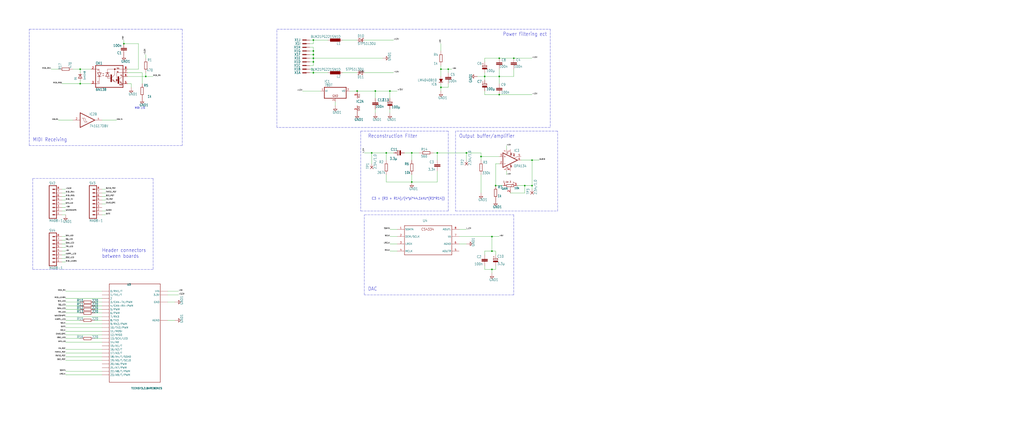
<source format=kicad_sch>
(kicad_sch (version 20211123) (generator eeschema)
  (paper "User" 713.74 302.311)
  (lib_symbols
    (symbol "boards-eagle-import:2,54{slash}1,0"
      (property "Reference" "PAD" (at -1.143 1.8542 0))
      (property "Value" "2,54{slash}1,0" (at -1.143 -3.302 0))
      (symbol "2,54{slash}1,0_1_0"
        (pin passive line (at 2.54 0 180) (length 2.54) (name "P") (number "1"))
      )
    )
    (symbol "boards-eagle-import:2510-"
      (property "Reference" "X" (at -1.27 0.889 0))
      (symbol "2510-_1_0"
        (pin passive line (at 5.08 0 180) (length 2.54) (name "KL") (number "1"))
      )
      (symbol "2510-_2_0"
        (pin passive line (at 5.08 0 180) (length 2.54) (name "KL") (number "2"))
      )
      (symbol "2510-_3_0"
        (pin passive line (at 5.08 0 180) (length 2.54) (name "KL") (number "3"))
      )
      (symbol "2510-_4_0"
        (pin passive line (at 5.08 0 180) (length 2.54) (name "KL") (number "4"))
      )
      (symbol "2510-_5_0"
        (pin passive line (at 5.08 0 180) (length 2.54) (name "KL") (number "5"))
      )
      (symbol "2510-_6_0"
        (pin passive line (at 5.08 0 180) (length 2.54) (name "KL") (number "6"))
      )
      (symbol "2510-_7_0"
        (pin passive line (at 5.08 0 180) (length 2.54) (name "KL") (number "7"))
      )
      (symbol "2510-_8_0"
        (pin passive line (at 5.08 0 180) (length 2.54) (name "KL") (number "8"))
      )
      (symbol "2510-_9_0"
        (pin passive line (at 5.08 0 180) (length 2.54) (name "KL") (number "9"))
      )
      (symbol "2510-_10_0"
        (pin passive line (at 5.08 0 180) (length 2.54) (name "KL") (number "10"))
      )
    )
    (symbol "boards-eagle-import:6N138"
      (property "Reference" "OK" (at -9.525 8.255 0))
      (property "Value" "6N138" (at -9.525 -10.16 0))
      (symbol "6N138_1_0"
        (text "A" (at -8.255 4.064 0) (effects (font (size 0.8128 0.6908)) (justify left bottom)))
        (text "C" (at -8.255 -4.318 0) (effects (font (size 0.8128 0.6908)) (justify left bottom)))
        (text "GND" (at 6.858 -6.223 0) (effects (font (size 0.8128 0.6908)) (justify left bottom)))
        (text "Vb" (at 5.08 2.794 0) (effects (font (size 0.8128 0.6908)) (justify left bottom)))
        (text "Vcc" (at 5.08 5.334 0) (effects (font (size 0.8128 0.6908)) (justify left bottom)))
        (text "Vo" (at 7.62 0.381 0) (effects (font (size 0.8128 0.6908)) (justify left bottom)))
        (pin passive line (at -12.7 5.08 0) (length 2.54) (name "A") (number "2"))
        (pin passive line (at -12.7 -5.08 0) (length 2.54) (name "C") (number "3"))
        (pin passive line (at 12.7 -5.08 180) (length 2.54) (name "GND") (number "5"))
        (pin passive line (at 12.7 0 180) (length 2.54) (name "VO") (number "6"))
        (pin passive line (at 12.7 2.54 180) (length 2.54) (name "VB") (number "7"))
        (pin passive line (at 12.7 5.08 180) (length 2.54) (name "VCC") (number "8"))
      )
    )
    (symbol "boards-eagle-import:741G17DBV"
      (property "Reference" "IC" (at 1.27 3.175 0))
      (property "Value" "741G17DBV" (at 1.27 -5.08 0))
      (symbol "741G17DBV_1_0"
        (text "GND" (at 1.905 -6.35 900) (effects (font (size 1.27 1.0795)) (justify left bottom)))
        (text "VCC" (at 1.905 2.54 900) (effects (font (size 1.27 1.0795)) (justify left bottom)))
        (pin power_in line (at 0 -7.62 90) (length 5.08) (name "GND") (number "3"))
        (pin power_in line (at 0 7.62 270) (length 5.08) (name "VCC") (number "5"))
      )
      (symbol "741G17DBV_2_0"
        (pin input line (at -10.16 0 0) (length 5.08) (name "I") (number "2"))
        (pin output line (at 10.16 0 180) (length 5.08) (name "O") (number "4"))
      )
    )
    (symbol "boards-eagle-import:78DT"
      (property "Reference" "IC" (at -7.62 5.715 0))
      (property "Value" "78DT" (at -7.62 3.175 0))
      (symbol "78DT_1_0"
        (text "GND" (at -2.032 -4.318 0) (effects (font (size 1.524 1.2954)) (justify left bottom)))
        (pin input line (at -10.16 0 0) (length 2.54) (name "VI") (number "1"))
        (pin passive line (at 10.16 0 180) (length 2.54) (name "VO") (number "2"))
        (pin passive line (at 0 -7.62 90) (length 2.54) (name "GND") (number "3"))
      )
    )
    (symbol "boards-eagle-import:BOURNS_3362P_TRIMMERP"
      (property "Reference" "VR" (at -5.715 -3.81 90))
      (property "Value" "BOURNS_3362P_TRIMMERP" (at -3.81 -3.81 90))
      (symbol "BOURNS_3362P_TRIMMERP_1_0"
        (text "1" (at -1.905 -4.953 900) (effects (font (size 1.27 1.0795)) (justify left bottom)))
        (text "3" (at -1.905 -0.508 900) (effects (font (size 1.27 1.0795)) (justify left bottom)))
        (pin passive line (at 0 -5.08 90) (length 2.54) (name "1") (number "1"))
        (pin passive line (at 5.08 0 180) (length 2.54) (name "2") (number "2"))
        (pin passive line (at 0 5.08 270) (length 2.54) (name "3") (number "3"))
      )
    )
    (symbol "boards-eagle-import:C-EUC1206"
      (property "Reference" "C" (at 1.524 0.381 0))
      (property "Value" "C-EUC1206" (at 1.524 -4.699 0))
      (symbol "C-EUC1206_1_0"
        (pin passive line (at 0 2.54 270) (length 2.54) (name "1") (number "1"))
        (pin passive line (at 0 -5.08 90) (length 2.54) (name "2") (number "2"))
      )
    )
    (symbol "boards-eagle-import:CPOL-EU153CLV-0405"
      (property "Reference" "C" (at 1.143 0.4826 0))
      (property "Value" "CPOL-EU153CLV-0405" (at 1.143 -4.5974 0))
      (symbol "CPOL-EU153CLV-0405_1_0"
        (text "+" (at -0.5842 0.4064 900) (effects (font (size 1.27 1.0795)) (justify left bottom)))
        (pin passive line (at 0 2.54 270) (length 2.54) (name "+") (number "+"))
        (pin passive line (at 0 -5.08 90) (length 2.54) (name "-") (number "-"))
      )
    )
    (symbol "boards-eagle-import:CPOL-EU153CLV-0505"
      (property "Reference" "C" (at 1.143 0.4826 0))
      (property "Value" "CPOL-EU153CLV-0505" (at 1.143 -4.5974 0))
      (symbol "CPOL-EU153CLV-0505_1_0"
        (text "+" (at -0.5842 0.4064 900) (effects (font (size 1.27 1.0795)) (justify left bottom)))
        (pin passive line (at 0 2.54 270) (length 2.54) (name "+") (number "+"))
        (pin passive line (at 0 -5.08 90) (length 2.54) (name "-") (number "-"))
      )
    )
    (symbol "boards-eagle-import:CS4334"
      (symbol "CS4334_1_0"
        (text "CS4334" (at 11.684 16.764 0) (effects (font (size 1.778 1.5113)) (justify left bottom)))
        (pin bidirectional line (at -5.08 17.78 0) (length 5.08) (name "SDATA") (number "1"))
        (pin bidirectional line (at -5.08 12.7 0) (length 5.08) (name "DEM/SCLK") (number "2"))
        (pin bidirectional line (at -5.08 7.62 0) (length 5.08) (name "LRCK") (number "3"))
        (pin bidirectional line (at -5.08 2.54 0) (length 5.08) (name "MCLK") (number "4"))
        (pin bidirectional line (at 38.1 2.54 180) (length 5.08) (name "AOUTR") (number "5"))
        (pin bidirectional line (at 38.1 7.62 180) (length 5.08) (name "AGND") (number "6"))
        (pin bidirectional line (at 38.1 12.7 180) (length 5.08) (name "VA") (number "7"))
        (pin bidirectional line (at 38.1 17.78 180) (length 5.08) (name "AOUTL") (number "8"))
      )
    )
    (symbol "boards-eagle-import:DIODESOD-123"
      (property "Reference" "D" (at -2.54 2.54 0))
      (property "Value" "DIODESOD-123" (at -2.54 -3.81 0))
      (symbol "DIODESOD-123_1_0"
        (pin passive line (at -2.54 0 0) (length 2.54) (name "A") (number "A"))
        (pin passive line (at 2.54 0 180) (length 2.54) (name "C") (number "C"))
      )
    )
    (symbol "boards-eagle-import:GND1" (power)
      (property "Value" "GND1" (at -1.905 -3.175 0))
      (symbol "GND1_1_0"
        (pin power_in line (at 0 2.54 270) (length 2.54) (name "GND1") (number "1"))
      )
    )
    (symbol "boards-eagle-import:L-EUL2012C"
      (property "Reference" "L" (at -1.4986 -3.81 90))
      (property "Value" "L-EUL2012C" (at 3.302 -3.81 90))
      (symbol "L-EUL2012C_1_0"
        (pin passive line (at 0 5.08 270) (length 2.54) (name "1") (number "1"))
        (pin passive line (at 0 -5.08 90) (length 2.54) (name "2") (number "2"))
      )
    )
    (symbol "boards-eagle-import:LM4041DBZ"
      (property "Reference" "IC" (at 2.794 1.905 0))
      (property "Value" "LM4041DBZ" (at 2.794 -0.889 0))
      (symbol "LM4041DBZ_1_0"
        (pin passive line (at 0 2.54 270) (length 2.54) (name "C") (number "1"))
        (pin passive line (at 0 -2.54 90) (length 2.54) (name "A") (number "2"))
      )
    )
    (symbol "boards-eagle-import:MA08-1"
      (property "Reference" "SV" (at -1.27 13.462 0))
      (property "Value" "MA08-1" (at -1.27 -12.7 0))
      (symbol "MA08-1_1_0"
        (pin passive line (at 7.62 -7.62 180) (length 5.08) (name "1") (number "1"))
        (pin passive line (at 7.62 -5.08 180) (length 5.08) (name "2") (number "2"))
        (pin passive line (at 7.62 -2.54 180) (length 5.08) (name "3") (number "3"))
        (pin passive line (at 7.62 0 180) (length 5.08) (name "4") (number "4"))
        (pin passive line (at 7.62 2.54 180) (length 5.08) (name "5") (number "5"))
        (pin passive line (at 7.62 5.08 180) (length 5.08) (name "6") (number "6"))
        (pin passive line (at 7.62 7.62 180) (length 5.08) (name "7") (number "7"))
        (pin passive line (at 7.62 10.16 180) (length 5.08) (name "8") (number "8"))
      )
    )
    (symbol "boards-eagle-import:MBRS130LT3"
      (property "Reference" "D" (at -2.286 1.905 0))
      (property "Value" "MBRS130LT3" (at -2.286 -3.429 0))
      (symbol "MBRS130LT3_1_0"
        (pin passive line (at -2.54 0 0) (length 2.54) (name "A") (number "A"))
        (pin passive line (at 2.54 0 180) (length 2.54) (name "C") (number "C"))
      )
    )
    (symbol "boards-eagle-import:R-EU_M1206"
      (property "Reference" "R" (at -3.81 1.4986 0))
      (property "Value" "R-EU_M1206" (at -3.81 -3.302 0))
      (symbol "R-EU_M1206_1_0"
        (pin passive line (at -5.08 0 0) (length 2.54) (name "1") (number "1"))
        (pin passive line (at 5.08 0 180) (length 2.54) (name "2") (number "2"))
      )
    )
    (symbol "boards-eagle-import:TEENSY3.2.BAREBONES"
      (property "Value" "TEENSY3.2.BAREBONES" (at -2.794 -35.56 0))
      (symbol "TEENSY3.2.BAREBONES_1_0"
        (pin bidirectional line (at -22.86 30.48 0) (length 5.08) (name "0/RX1/T") (number "0"))
        (pin bidirectional line (at -22.86 27.94 0) (length 5.08) (name "1/TX1/T") (number "1"))
        (pin bidirectional line (at -22.86 5.08 0) (length 5.08) (name "10/TX2/PWM") (number "10"))
        (pin bidirectional line (at -22.86 2.54 0) (length 5.08) (name "11/MOSI") (number "11"))
        (pin bidirectional line (at -22.86 0 0) (length 5.08) (name "12/MISO") (number "12"))
        (pin bidirectional line (at -22.86 -2.54 0) (length 5.08) (name "13/SCK/LED") (number "13"))
        (pin bidirectional line (at -22.86 -5.08 0) (length 5.08) (name "14/A0") (number "14/A0"))
        (pin bidirectional line (at -22.86 -7.62 0) (length 5.08) (name "15/A1/T") (number "15/A1"))
        (pin bidirectional line (at -22.86 -10.16 0) (length 5.08) (name "16/A2/T") (number "16/A2"))
        (pin bidirectional line (at -22.86 -12.7 0) (length 5.08) (name "17/A3/T") (number "17/A3"))
        (pin bidirectional line (at -22.86 -15.24 0) (length 5.08) (name "18/A4/T/SDA0") (number "18/A4"))
        (pin bidirectional line (at -22.86 -17.78 0) (length 5.08) (name "19/A5/T/SCL0") (number "19/A5"))
        (pin bidirectional line (at -22.86 25.4 0) (length 5.08) (name "2") (number "2"))
        (pin bidirectional line (at -22.86 -20.32 0) (length 5.08) (name "20/A6/PWM") (number "20/A6"))
        (pin bidirectional line (at -22.86 -22.86 0) (length 5.08) (name "21/A7/PWM") (number "21/A7"))
        (pin bidirectional line (at -22.86 -25.4 0) (length 5.08) (name "22/A8/T/PWM") (number "22/A8"))
        (pin bidirectional line (at -22.86 -27.94 0) (length 5.08) (name "23/A9/T/PWM") (number "23/A9"))
        (pin bidirectional line (at -22.86 22.86 0) (length 5.08) (name "3/CAN-TX/PWM") (number "3"))
        (pin power_in line (at 22.86 27.94 180) (length 5.08) (name "3.3V") (number "3.3V"))
        (pin bidirectional line (at -22.86 20.32 0) (length 5.08) (name "4/CAN-RX-PWM") (number "4"))
        (pin bidirectional line (at -22.86 17.78 0) (length 5.08) (name "5/PWM") (number "5"))
        (pin bidirectional line (at -22.86 15.24 0) (length 5.08) (name "6/PWM") (number "6"))
        (pin bidirectional line (at -22.86 12.7 0) (length 5.08) (name "7/RX3") (number "7"))
        (pin bidirectional line (at -22.86 10.16 0) (length 5.08) (name "8/TX3") (number "8"))
        (pin bidirectional line (at -22.86 7.62 0) (length 5.08) (name "9/RX2/PWM") (number "9"))
        (pin power_in line (at 22.86 10.16 180) (length 5.08) (name "AGND") (number "AGND"))
        (pin power_in line (at 22.86 22.86 180) (length 5.08) (name "GND") (number "GND"))
        (pin power_in line (at 22.86 30.48 180) (length 5.08) (name "VIN") (number "VIN"))
      )
    )
    (symbol "boards-eagle-import:TL071D"
      (property "Reference" "IC" (at 2.54 5.715 0))
      (property "Value" "TL071D" (at 2.54 -5.08 0))
      (symbol "TL071D_1_0"
        (text "ON1" (at 1.27 3.175 900) (effects (font (size 0.8128 0.6908)) (justify left bottom)))
        (text "ON2" (at 3.175 2.54 900) (effects (font (size 0.8128 0.6908)) (justify left bottom)))
        (text "OPT" (at 1.27 -5.08 900) (effects (font (size 0.8128 0.6908)) (justify left bottom)))
        (text "V+" (at -1.27 4.445 900) (effects (font (size 0.8128 0.6908)) (justify left bottom)))
        (text "V-" (at -1.27 -5.715 900) (effects (font (size 0.8128 0.6908)) (justify left bottom)))
        (pin passive line (at 0 7.62 270) (length 2.54) (name "ON1") (number "1"))
        (pin input line (at -7.62 -2.54 0) (length 2.54) (name "-IN") (number "2"))
        (pin input line (at -7.62 2.54 0) (length 2.54) (name "+IN") (number "3"))
        (pin power_in line (at -2.54 -7.62 90) (length 2.54) (name "V-") (number "4"))
        (pin passive line (at 7.62 2.54 180) (length 2.54) (name "ON2") (number "5"))
        (pin output line (at 7.62 0 180) (length 2.54) (name "OUT") (number "6"))
        (pin power_in line (at -2.54 7.62 270) (length 2.54) (name "V+") (number "7"))
        (pin passive line (at 0 -7.62 90) (length 2.54) (name "OPT") (number "8"))
      )
    )
  )
  (junction (at 365.76 129.54))
  (junction (at 304.8 106.68))
  (junction (at 337.82 53.34))
  (junction (at 342.9 187.96))
  (junction (at 287.02 127))
  (junction (at 86.36 30.48))
  (junction (at 307.34 60.96))
  (junction (at 271.78 63.5))
  (junction (at 370.84 111.76))
  (junction (at 218.44 35.56))
  (junction (at 218.44 40.64))
  (junction (at 55.88 58.42))
  (junction (at 259.08 106.68))
  (junction (at 358.14 40.64))
  (junction (at 248.92 63.5))
  (junction (at 335.28 109.22))
  (junction (at 345.44 129.54))
  (junction (at 347.98 40.64))
  (junction (at 342.9 165.1))
  (junction (at 218.44 43.18))
  (junction (at 101.6 53.34))
  (junction (at 312.42 48.26))
  (junction (at 347.98 53.34))
  (junction (at 347.98 66.04))
  (junction (at 218.44 27.94))
  (junction (at 370.84 129.54))
  (junction (at 218.44 50.8))
  (junction (at 307.34 48.26))
  (junction (at 261.62 63.5))
  (junction (at 218.44 38.1))
  (junction (at 342.9 175.26))
  (junction (at 269.24 106.68))
  (junction (at 325.12 106.68))
  (junction (at 287.02 106.68))
  (junction (at 55.88 48.26))
  (polyline (pts (xy 22.86 187.96) (xy 22.86 124.46)))
  (wire (pts (xy 55.88 213.36) (xy 45.72 213.36)))
  (wire (pts (xy 55.88 55.88) (xy 55.88 58.42)))
  (wire (pts (xy 360.68 129.54) (xy 365.76 129.54)))
  (wire (pts (xy 71.12 132.08) (xy 73.66 132.08)))
  (wire (pts (xy 335.28 109.22) (xy 347.98 109.22)))
  (wire (pts (xy 358.14 40.64) (xy 347.98 40.64)))
  (wire (pts (xy 276.86 170.18) (xy 271.78 170.18)))
  (wire (pts (xy 271.78 78.74) (xy 271.78 76.2)))
  (polyline (pts (xy 106.68 187.96) (xy 22.86 187.96)))
  (wire (pts (xy 347.98 53.34) (xy 347.98 48.26)))
  (wire (pts (xy 55.88 218.44) (xy 45.72 218.44)))
  (wire (pts (xy 88.9 58.42) (xy 91.44 58.42)))
  (wire (pts (xy 312.42 48.26) (xy 312.42 50.8)))
  (polyline (pts (xy 358.14 205.74) (xy 254 205.74)))
  (wire (pts (xy 50.8 48.26) (xy 55.88 48.26)))
  (wire (pts (xy 215.9 38.1) (xy 218.44 38.1)))
  (wire (pts (xy 71.12 215.9) (xy 66.04 215.9)))
  (wire (pts (xy 304.8 106.68) (xy 325.12 106.68)))
  (wire (pts (xy 218.44 50.8) (xy 218.44 48.26)))
  (wire (pts (xy 335.28 109.22) (xy 335.28 111.76)))
  (wire (pts (xy 274.32 106.68) (xy 269.24 106.68)))
  (wire (pts (xy 96.52 48.26) (xy 96.52 30.48)))
  (wire (pts (xy 215.9 43.18) (xy 218.44 43.18)))
  (wire (pts (xy 215.9 27.94) (xy 218.44 27.94)))
  (wire (pts (xy 353.06 104.14) (xy 353.06 101.6)))
  (wire (pts (xy 337.82 66.04) (xy 347.98 66.04)))
  (polyline (pts (xy 127 101.6) (xy 20.32 101.6)))
  (wire (pts (xy 71.12 213.36) (xy 66.04 213.36)))
  (wire (pts (xy 345.44 187.96) (xy 342.9 187.96)))
  (wire (pts (xy 347.98 165.1) (xy 342.9 165.1)))
  (wire (pts (xy 71.12 203.2) (xy 45.72 203.2)))
  (wire (pts (xy 365.76 129.54) (xy 370.84 129.54)))
  (wire (pts (xy 370.84 111.76) (xy 363.22 111.76)))
  (polyline (pts (xy 20.32 101.6) (xy 20.32 20.32)))
  (wire (pts (xy 43.18 172.72) (xy 45.72 172.72)))
  (wire (pts (xy 71.12 83.82) (xy 81.28 83.82)))
  (wire (pts (xy 281.94 106.68) (xy 287.02 106.68)))
  (wire (pts (xy 261.62 78.74) (xy 261.62 76.2)))
  (wire (pts (xy 55.88 48.26) (xy 55.88 50.8)))
  (wire (pts (xy 43.18 165.1) (xy 45.72 165.1)))
  (wire (pts (xy 337.82 53.34) (xy 332.74 53.34)))
  (wire (pts (xy 269.24 106.68) (xy 269.24 111.76)))
  (wire (pts (xy 342.9 187.96) (xy 337.82 187.96)))
  (wire (pts (xy 320.04 160.02) (xy 325.12 160.02)))
  (wire (pts (xy 71.12 139.7) (xy 73.66 139.7)))
  (wire (pts (xy 218.44 35.56) (xy 218.44 38.1)))
  (wire (pts (xy 215.9 50.8) (xy 218.44 50.8)))
  (polyline (pts (xy 193.04 20.32) (xy 383.54 20.32)))
  (wire (pts (xy 218.44 38.1) (xy 218.44 40.64)))
  (wire (pts (xy 71.12 218.44) (xy 66.04 218.44)))
  (wire (pts (xy 71.12 248.92) (xy 45.72 248.92)))
  (wire (pts (xy 71.12 134.62) (xy 73.66 134.62)))
  (wire (pts (xy 337.82 53.34) (xy 347.98 53.34)))
  (wire (pts (xy 218.44 27.94) (xy 228.6 27.94)))
  (wire (pts (xy 55.88 58.42) (xy 43.18 58.42)))
  (wire (pts (xy 312.42 48.26) (xy 307.34 48.26)))
  (wire (pts (xy 307.34 35.56) (xy 307.34 30.48)))
  (wire (pts (xy 43.18 144.78) (xy 45.72 144.78)))
  (wire (pts (xy 43.18 170.18) (xy 45.72 170.18)))
  (wire (pts (xy 215.9 33.02) (xy 218.44 33.02)))
  (wire (pts (xy 86.36 30.48) (xy 86.36 27.94)))
  (polyline (pts (xy 193.04 88.9) (xy 193.04 20.32)))
  (wire (pts (xy 116.84 210.82) (xy 121.92 210.82)))
  (wire (pts (xy 304.8 127) (xy 287.02 127)))
  (wire (pts (xy 307.34 60.96) (xy 307.34 63.5)))
  (wire (pts (xy 71.12 223.52) (xy 66.04 223.52)))
  (wire (pts (xy 88.9 50.8) (xy 99.06 50.8)))
  (wire (pts (xy 342.9 187.96) (xy 342.9 190.5)))
  (wire (pts (xy 71.12 228.6) (xy 45.72 228.6)))
  (wire (pts (xy 337.82 187.96) (xy 337.82 185.42)))
  (wire (pts (xy 88.9 53.34) (xy 101.6 53.34)))
  (wire (pts (xy 215.9 40.64) (xy 218.44 40.64)))
  (wire (pts (xy 43.18 142.24) (xy 45.72 142.24)))
  (wire (pts (xy 218.44 48.26) (xy 215.9 48.26)))
  (wire (pts (xy 307.34 58.42) (xy 307.34 60.96)))
  (wire (pts (xy 254 50.8) (xy 274.32 50.8)))
  (wire (pts (xy 304.8 119.38) (xy 304.8 127)))
  (wire (pts (xy 50.8 83.82) (xy 40.64 83.82)))
  (wire (pts (xy 96.52 30.48) (xy 86.36 30.48)))
  (wire (pts (xy 99.06 50.8) (xy 99.06 58.42)))
  (wire (pts (xy 71.12 226.06) (xy 45.72 226.06)))
  (wire (pts (xy 71.12 261.62) (xy 45.72 261.62)))
  (wire (pts (xy 347.98 40.64) (xy 337.82 40.64)))
  (wire (pts (xy 287.02 121.92) (xy 287.02 127)))
  (polyline (pts (xy 358.14 149.86) (xy 358.14 205.74)))
  (wire (pts (xy 325.12 111.76) (xy 325.12 106.68)))
  (wire (pts (xy 121.92 223.52) (xy 116.84 223.52)))
  (wire (pts (xy 55.88 215.9) (xy 45.72 215.9)))
  (polyline (pts (xy 20.32 20.32) (xy 127 20.32)))
  (wire (pts (xy 337.82 63.5) (xy 337.82 66.04)))
  (wire (pts (xy 116.84 205.74) (xy 124.46 205.74)))
  (wire (pts (xy 358.14 40.64) (xy 370.84 40.64)))
  (wire (pts (xy 337.82 175.26) (xy 337.82 177.8)))
  (wire (pts (xy 353.06 119.38) (xy 353.06 121.92)))
  (wire (pts (xy 71.12 149.86) (xy 73.66 149.86)))
  (wire (pts (xy 55.88 58.42) (xy 63.5 58.42)))
  (wire (pts (xy 342.9 175.26) (xy 337.82 175.26)))
  (wire (pts (xy 337.82 40.64) (xy 337.82 43.18)))
  (wire (pts (xy 304.8 106.68) (xy 304.8 111.76)))
  (wire (pts (xy 43.18 139.7) (xy 45.72 139.7)))
  (wire (pts (xy 43.18 177.8) (xy 45.72 177.8)))
  (wire (pts (xy 271.78 68.58) (xy 271.78 63.5)))
  (polyline (pts (xy 388.62 147.32) (xy 388.62 91.44)))
  (wire (pts (xy 358.14 53.34) (xy 347.98 53.34)))
  (wire (pts (xy 307.34 60.96) (xy 312.42 60.96)))
  (wire (pts (xy 269.24 106.68) (xy 259.08 106.68)))
  (wire (pts (xy 43.18 134.62) (xy 45.72 134.62)))
  (polyline (pts (xy 312.42 91.44) (xy 251.46 91.44)))
  (wire (pts (xy 269.24 127) (xy 269.24 121.92)))
  (polyline (pts (xy 251.46 91.44) (xy 251.46 147.32)))
  (wire (pts (xy 101.6 53.34) (xy 101.6 50.8)))
  (wire (pts (xy 43.18 180.34) (xy 45.72 180.34)))
  (wire (pts (xy 88.9 48.26) (xy 96.52 48.26)))
  (wire (pts (xy 55.88 236.22) (xy 45.72 236.22)))
  (wire (pts (xy 71.12 238.76) (xy 45.72 238.76)))
  (wire (pts (xy 307.34 53.34) (xy 307.34 48.26)))
  (polyline (pts (xy 383.54 88.9) (xy 193.04 88.9)))
  (polyline (pts (xy 312.42 147.32) (xy 312.42 91.44)))
  (wire (pts (xy 345.44 175.26) (xy 342.9 175.26)))
  (wire (pts (xy 358.14 48.26) (xy 358.14 53.34)))
  (wire (pts (xy 302.26 106.68) (xy 304.8 106.68)))
  (wire (pts (xy 271.78 63.5) (xy 276.86 63.5)))
  (wire (pts (xy 261.62 68.58) (xy 261.62 63.5)))
  (wire (pts (xy 55.88 48.26) (xy 63.5 48.26)))
  (wire (pts (xy 320.04 170.18) (xy 325.12 170.18)))
  (wire (pts (xy 66.04 236.22) (xy 71.12 236.22)))
  (wire (pts (xy 276.86 165.1) (xy 271.78 165.1)))
  (wire (pts (xy 276.86 175.26) (xy 271.78 175.26)))
  (wire (pts (xy 71.12 243.84) (xy 45.72 243.84)))
  (wire (pts (xy 254 27.94) (xy 274.32 27.94)))
  (wire (pts (xy 287.02 127) (xy 269.24 127)))
  (wire (pts (xy 43.18 182.88) (xy 45.72 182.88)))
  (wire (pts (xy 71.12 233.68) (xy 45.72 233.68)))
  (wire (pts (xy 71.12 251.46) (xy 45.72 251.46)))
  (wire (pts (xy 355.6 134.62) (xy 365.76 134.62)))
  (polyline (pts (xy 127 20.32) (xy 127 101.6)))
  (wire (pts (xy 116.84 203.2) (xy 124.46 203.2)))
  (wire (pts (xy 276.86 160.02) (xy 271.78 160.02)))
  (polyline (pts (xy 254 205.74) (xy 254 149.86)))
  (wire (pts (xy 365.76 134.62) (xy 365.76 129.54)))
  (wire (pts (xy 370.84 132.08) (xy 370.84 129.54)))
  (wire (pts (xy 218.44 33.02) (xy 218.44 35.56)))
  (wire (pts (xy 261.62 63.5) (xy 271.78 63.5)))
  (wire (pts (xy 287.02 106.68) (xy 292.1 106.68)))
  (wire (pts (xy 238.76 50.8) (xy 248.92 50.8)))
  (wire (pts (xy 71.12 220.98) (xy 45.72 220.98)))
  (wire (pts (xy 342.9 175.26) (xy 342.9 165.1)))
  (wire (pts (xy 55.88 223.52) (xy 45.72 223.52)))
  (polyline (pts (xy 388.62 91.44) (xy 317.5 91.44)))
  (wire (pts (xy 43.18 175.26) (xy 45.72 175.26)))
  (wire (pts (xy 71.12 142.24) (xy 73.66 142.24)))
  (wire (pts (xy 215.9 35.56) (xy 218.44 35.56)))
  (wire (pts (xy 345.44 177.8) (xy 345.44 175.26)))
  (wire (pts (xy 259.08 114.3) (xy 259.08 106.68)))
  (wire (pts (xy 91.44 58.42) (xy 91.44 60.96)))
  (wire (pts (xy 337.82 53.34) (xy 337.82 50.8)))
  (wire (pts (xy 71.12 137.16) (xy 73.66 137.16)))
  (wire (pts (xy 218.44 50.8) (xy 228.6 50.8)))
  (wire (pts (xy 337.82 55.88) (xy 337.82 53.34)))
  (wire (pts (xy 101.6 53.34) (xy 106.68 53.34)))
  (polyline (pts (xy 317.5 91.44) (xy 317.5 147.32)))
  (wire (pts (xy 243.84 63.5) (xy 248.92 63.5)))
  (wire (pts (xy 347.98 114.3) (xy 345.44 114.3)))
  (wire (pts (xy 43.18 167.64) (xy 45.72 167.64)))
  (wire (pts (xy 43.18 147.32) (xy 45.72 147.32)))
  (wire (pts (xy 238.76 27.94) (xy 248.92 27.94)))
  (polyline (pts (xy 22.86 124.46) (xy 106.68 124.46)))
  (wire (pts (xy 345.44 185.42) (xy 345.44 187.96)))
  (polyline (pts (xy 106.68 124.46) (xy 106.68 187.96)))
  (polyline (pts (xy 383.54 20.32) (xy 383.54 88.9)))
  (wire (pts (xy 218.44 43.18) (xy 218.44 45.72)))
  (polyline (pts (xy 317.5 147.32) (xy 388.62 147.32)))
  (wire (pts (xy 312.42 58.42) (xy 312.42 60.96)))
  (wire (pts (xy 71.12 246.38) (xy 45.72 246.38)))
  (wire (pts (xy 259.08 106.68) (xy 254 106.68)))
  (wire (pts (xy 43.18 149.86) (xy 45.72 149.86)))
  (wire (pts (xy 345.44 114.3) (xy 345.44 129.54)))
  (polyline (pts (xy 254 149.86) (xy 358.14 149.86)))
  (wire (pts (xy 350.52 129.54) (xy 345.44 129.54)))
  (wire (pts (xy 55.88 210.82) (xy 45.72 210.82)))
  (wire (pts (xy 101.6 40.64) (xy 101.6 38.1)))
  (wire (pts (xy 335.28 106.68) (xy 335.28 109.22)))
  (wire (pts (xy 370.84 111.76) (xy 375.92 111.76)))
  (wire (pts (xy 218.44 30.48) (xy 215.9 30.48)))
  (wire (pts (xy 71.12 208.28) (xy 45.72 208.28)))
  (wire (pts (xy 218.44 27.94) (xy 218.44 30.48)))
  (wire (pts (xy 43.18 137.16) (xy 45.72 137.16)))
  (wire (pts (xy 287.02 106.68) (xy 287.02 111.76)))
  (wire (pts (xy 325.12 106.68) (xy 335.28 106.68)))
  (wire (pts (xy 71.12 259.08) (xy 45.72 259.08)))
  (wire (pts (xy 342.9 165.1) (xy 320.04 165.1)))
  (wire (pts (xy 71.12 147.32) (xy 73.66 147.32)))
  (wire (pts (xy 233.68 71.12) (xy 233.68 73.66)))
  (wire (pts (xy 370.84 129.54) (xy 370.84 111.76)))
  (wire (pts (xy 347.98 66.04) (xy 370.84 66.04)))
  (wire (pts (xy 218.44 40.64) (xy 266.7 40.64)))
  (wire (pts (xy 248.92 63.5) (xy 261.62 63.5)))
  (wire (pts (xy 347.98 53.34) (xy 347.98 58.42)))
  (wire (pts (xy 71.12 231.14) (xy 45.72 231.14)))
  (wire (pts (xy 312.42 48.26) (xy 314.96 48.26)))
  (wire (pts (xy 218.44 40.64) (xy 218.44 43.18)))
  (wire (pts (xy 43.18 132.08) (xy 45.72 132.08)))
  (wire (pts (xy 223.52 63.5) (xy 210.82 63.5)))
  (wire (pts (xy 40.64 48.26) (xy 35.56 48.26)))
  (wire (pts (xy 71.12 210.82) (xy 66.04 210.82)))
  (polyline (pts (xy 251.46 147.32) (xy 312.42 147.32)))
  (wire (pts (xy 335.28 121.92) (xy 335.28 134.62)))
  (wire (pts (xy 307.34 48.26) (xy 307.34 45.72)))
  (wire (pts (xy 218.44 45.72) (xy 215.9 45.72)))
  (text "Reconstruction FIlter" (at 256.54 96.52 180) (effects (font (size 2.54 2.159)) (justify left bottom)))
  (text "MIDI I/O" (at 93.98 76.2 180) (effects (font (size 1.27 1.0795)) (justify left bottom)))
  (text "Output buffer/amplifier" (at 320.04 96.52 180) (effects (font (size 2.54 2.159)) (justify left bottom)))
  (text "DAC" (at 256.54 203.2 180) (effects (font (size 2.54 2.159)) (justify left bottom)))
  (text "Header connectors\nbetween boards" (at 71.12 180.34 180) (effects (font (size 2.54 2.159)) (justify left bottom)))
  (text "C3 = (R3 + R14)/(4*pi*44.1kHz*(R3*R14))" (at 259.08 139.7 180) (effects (font (size 1.778 1.5113)) (justify left bottom)))
  (text "MIDI Receiving" (at 22.86 99.06 180) (effects (font (size 2.54 2.159)) (justify left bottom)))
  (text "Power filtering ect" (at 350.52 25.4 180) (effects (font (size 2.54 2.159)) (justify left bottom)))
  (label "+3.3V" (at 45.72 132.08 0) (effects (font (size 0.889 0.889))))
  (label "LRCLK" (at 45.72 261.62 180) (effects (font (size 0.889 0.889))))
  (label "MCLK" (at 271.78 175.26 180) (effects (font (size 0.889 0.889))))
  (label "+5V" (at 45.72 175.26 0) (effects (font (size 0.7112 0.7112))))
  (label "RATIO_POT" (at 73.66 132.08 0) (effects (font (size 0.889 0.889))))
  (label "ENVELOPE" (at 45.72 233.68 180) (effects (font (size 0.889 0.889))))
  (label "GATE" (at 73.66 149.86 0) (effects (font (size 0.889 0.889))))
  (label "-12V" (at 353.06 121.92 0) (effects (font (size 0.7112 0.7112))))
  (label "+5V" (at 347.98 165.1 0) (effects (font (size 0.889 0.889))))
  (label "L_CH" (at 254 106.68 90) (effects (font (size 0.889 0.889))))
  (label "SIN_LED" (at 45.72 210.82 180) (effects (font (size 0.889 0.889))))
  (label "DEC_POT" (at 45.72 251.46 180) (effects (font (size 0.889 0.889))))
  (label "SDATA" (at 271.78 160.02 180) (effects (font (size 0.889 0.889))))
  (label "SQ_LED" (at 45.72 167.64 0) (effects (font (size 0.889 0.889))))
  (label "-12V" (at 370.84 66.04 0) (effects (font (size 0.889 0.889))))
  (label "TRI_LED" (at 45.72 172.72 0) (effects (font (size 0.889 0.889))))
  (label "+5V" (at 86.36 27.94 90) (effects (font (size 0.889 0.889))))
  (label "ENVELOPE" (at 73.66 142.24 0) (effects (font (size 0.889 0.889))))
  (label "LRCLK" (at 271.78 170.18 180) (effects (font (size 0.889 0.889))))
  (label "MCLK" (at 45.72 231.14 180) (effects (font (size 0.889 0.889))))
  (label "+3.3V" (at 101.6 38.1 90) (effects (font (size 0.889 0.889))))
  (label "DEC_POT" (at 73.66 137.16 0) (effects (font (size 0.889 0.889))))
  (label "SCLK" (at 45.72 226.06 180) (effects (font (size 0.889 0.889))))
  (label "RATIO_POT" (at 45.72 248.92 180) (effects (font (size 0.889 0.889))))
  (label "+12V" (at 370.84 40.64 0) (effects (font (size 0.889 0.889))))
  (label "WAVESHAPE" (at 45.72 220.98 180) (effects (font (size 0.889 0.889))))
  (label "WAVESHAPE" (at 45.72 147.32 0) (effects (font (size 0.889 0.889))))
  (label "+5V" (at 124.46 203.2 0) (effects (font (size 0.889 0.889))))
  (label "-12V" (at 274.32 50.8 0) (effects (font (size 0.889 0.889))))
  (label "AUDIO" (at 73.66 147.32 0) (effects (font (size 0.889 0.889))))
  (label "SAW_LED" (at 45.72 170.18 0) (effects (font (size 0.889 0.889))))
  (label "+12V" (at 274.32 27.94 0) (effects (font (size 0.889 0.889))))
  (label "GATE" (at 45.72 228.6 180) (effects (font (size 0.889 0.889))))
  (label "MIDI_RX4" (at 45.72 134.62 0) (effects (font (size 0.889 0.889))))
  (label "+12V" (at 210.82 63.5 180) (effects (font (size 0.889 0.889))))
  (label "FM_POT" (at 73.66 139.7 0) (effects (font (size 0.889 0.889))))
  (label "SCLK" (at 271.78 165.1 180) (effects (font (size 0.889 0.889))))
  (label "OSC_LED" (at 45.72 236.22 180) (effects (font (size 0.889 0.889))))
  (label "+3.3V" (at 124.46 205.74 0) (effects (font (size 0.889 0.889))))
  (label "-10V" (at 314.96 48.26 0) (effects (font (size 0.7112 0.7112))))
  (label "-10V" (at 45.72 144.78 0) (effects (font (size 0.7112 0.7112))))
  (label "MIDI_TX" (at 45.72 139.7 0) (effects (font (size 0.889 0.889))))
  (label "+5V" (at 276.86 63.5 0) (effects (font (size 1.2446 1.2446))))
  (label "SAW_LED" (at 45.72 215.9 180) (effects (font (size 0.889 0.889))))
  (label "MIDI_RX" (at 106.68 53.34 0) (effects (font (size 0.889 0.889))))
  (label "FM_POT" (at 45.72 243.84 180) (effects (font (size 0.889 0.889))))
  (label "-12V" (at 254 50.8 180) (effects (font (size 1.016 1.016))))
  (label "AUDIO" (at 375.92 111.76 0) (effects (font (size 0.889 0.889))))
  (label "GATE_LED" (at 45.72 238.76 180) (effects (font (size 0.7112 0.7112))))
  (label "SQ_LED" (at 45.72 213.36 180) (effects (font (size 0.889 0.889))))
  (label "SIN_LED" (at 45.72 165.1 0) (effects (font (size 0.889 0.889))))
  (label "+12V" (at 353.06 101.6 0) (effects (font (size 0.7112 0.7112))))
  (label "FMFEE_POT" (at 45.72 246.38 180) (effects (font (size 0.889 0.889))))
  (label "MIDI_TX" (at 81.28 83.82 0) (effects (font (size 0.7112 0.7112))))
  (label "MIDI_LEARN" (at 45.72 208.28 180) (effects (font (size 0.889 0.889))))
  (label "KARPL_LED" (at 45.72 177.8 0) (effects (font (size 0.889 0.889))))
  (label "MIDI_RX4" (at 35.56 48.26 180) (effects (font (size 0.889 0.889))))
  (label "KARPL_LED" (at 45.72 223.52 180) (effects (font (size 0.889 0.889))))
  (label "MIDI_RX" (at 40.64 83.82 180) (effects (font (size 0.7112 0.7112))))
  (label "-12V" (at 307.34 30.48 90) (effects (font (size 0.7112 0.7112))))
  (label "MIDI_RX5" (at 43.18 58.42 180) (effects (font (size 0.889 0.889))))
  (label "MIDI_RX5" (at 45.72 137.16 0) (effects (font (size 0.889 0.889))))
  (label "SDATA" (at 45.72 259.08 180) (effects (font (size 0.889 0.889))))
  (label "MIDI_LEARN" (at 45.72 182.88 0) (effects (font (size 0.889 0.889))))
  (label "GATE_LED" (at 45.72 142.24 0) (effects (font (size 0.7112 0.7112))))
  (label "OSC_LED" (at 45.72 180.34 0) (effects (font (size 0.889 0.889))))
  (label "L_CH" (at 325.12 160.02 0) (effects (font (size 0.889 0.889))))
  (label "FMFEE_POT" (at 73.66 134.62 0) (effects (font (size 0.889 0.889))))
  (label "MIDI_RX" (at 45.72 203.2 180) (effects (font (size 0.889 0.889))))
  (label "TRI_LED" (at 45.72 218.44 180) (effects (font (size 0.889 0.889))))
  (symbol (lib_id "boards-eagle-import:2,54{slash}1,0") (at 259.08 116.84 90) (unit 1)
    (property "Reference" "TP1" (at 257.2258 117.983 0) (effects (font (size 1.778 1.5113)) (justify left bottom)))
    (property "Value" "2,54{slash}1,0" (at 262.382 117.983 0) (effects (font (size 1.778 1.5113)) (justify left bottom)))
    (property "Footprint" "boards:2,54_1,0" (effects hide))
  )
  (symbol (lib_id "boards-eagle-import:L-EUL2012C") (at 233.68 50.8 90) (unit 1)
    (property "Reference" "L2" (at 237.49 52.2986 90) (effects (font (size 1.778 1.5113)) (justify left bottom)))
    (property "Value" "BLM21PG221SN1D" (at 237.49 47.498 90) (effects (font (size 1.778 1.5113)) (justify left bottom)))
    (property "Footprint" "boards:L2012C" (effects hide))
  )
  (symbol (lib_id "boards-eagle-import:R-EU_M1206") (at 287.02 116.84 270) (unit 1)
    (property "Reference" "R6" (at 281.94 115.3414 90) (effects (font (size 1.778 1.5113)) (justify left bottom)))
    (property "Value" "10k" (at 281.94 121.412 90) (effects (font (size 1.778 1.5113)) (justify left bottom)))
    (property "Footprint" "boards:M1206" (effects hide))
  )
  (symbol (lib_id "boards-eagle-import:R-EU_M1206") (at 60.96 223.52 180) (unit 1)
    (property "Reference" "R15" (at 58.166 221.4626 0) (effects (font (size 1.778 1.5113)) (justify left bottom)))
    (property "Value" "220" (at 68.58 221.488 0) (effects (font (size 1.778 1.5113)) (justify left bottom)))
    (property "Footprint" "boards:M1206" (effects hide))
  )
  (symbol (lib_id "boards-eagle-import:R-EU_M1206") (at 60.96 218.44 180) (unit 1)
    (property "Reference" "R13" (at 58.166 216.3826 0) (effects (font (size 1.778 1.5113)) (justify left bottom)))
    (property "Value" "220" (at 68.58 216.408 0) (effects (font (size 1.778 1.5113)) (justify left bottom)))
    (property "Footprint" "boards:M1206" (effects hide))
  )
  (symbol (lib_id "boards-eagle-import:R-EU_M1206") (at 345.44 134.62 270) (unit 1)
    (property "Reference" "R7" (at 346.964 131.5974 90) (effects (font (size 1.778 1.5113)) (justify left bottom)))
    (property "Value" "1k" (at 346.71 137.668 90) (effects (font (size 1.778 1.5113)) (justify left bottom)))
    (property "Footprint" "boards:M1206" (effects hide))
  )
  (symbol (lib_id "boards-eagle-import:2510-") (at 210.82 38.1 0) (mirror x) (unit 6)
    (property "Reference" "X1" (at 209.55 38.989 0) (effects (font (size 1.778 1.5113)) (justify right top)))
    (property "Value" "2510-" (effects hide))
    (property "Footprint" "boards:PAK100_2500-10" (effects hide))
  )
  (symbol (lib_id "boards-eagle-import:2,54{slash}1,0") (at 370.84 134.62 90) (unit 1)
    (property "Reference" "TP3" (at 368.9858 135.763 0) (effects (font (size 1.778 1.5113)) (justify left bottom)))
    (property "Value" "2,54{slash}1,0" (at 374.142 135.763 0) (effects (font (size 1.778 1.5113)) (justify left bottom)))
    (property "Footprint" "boards:2,54_1,0" (effects hide))
  )
  (symbol (lib_id "boards-eagle-import:2,54{slash}1,0") (at 325.12 114.3 90) (unit 1)
    (property "Reference" "TP2" (at 323.2658 115.443 0) (effects (font (size 1.778 1.5113)) (justify left bottom)))
    (property "Value" "2,54{slash}1,0" (at 328.422 115.443 0) (effects (font (size 1.778 1.5113)) (justify left bottom)))
    (property "Footprint" "boards:2,54_1,0" (effects hide))
  )
  (symbol (lib_id "boards-eagle-import:6N138") (at 76.2 53.34 0) (unit 1)
    (property "Reference" "OK1" (at 66.675 45.085 0) (effects (font (size 1.778 1.5113)) (justify left bottom)))
    (property "Value" "6N138" (at 66.675 63.5 0) (effects (font (size 1.778 1.5113)) (justify left bottom)))
    (property "Footprint" "boards:DIL08" (effects hide))
  )
  (symbol (lib_id "boards-eagle-import:741G17DBV") (at 60.96 83.82 0) (unit 2)
    (property "Reference" "IC2" (at 62.23 80.645 0) (effects (font (size 1.778 1.5113)) (justify left bottom)))
    (property "Value" "741G17DBV" (at 62.23 88.9 0) (effects (font (size 1.778 1.5113)) (justify left bottom)))
    (property "Footprint" "boards:SOT23-5" (effects hide))
  )
  (symbol (lib_id "boards-eagle-import:R-EU_M1206") (at 297.18 106.68 0) (unit 1)
    (property "Reference" "R14" (at 293.37 105.1814 0) (effects (font (size 1.778 1.5113)) (justify left bottom)))
    (property "Value" "560" (at 293.37 109.982 0) (effects (font (size 1.778 1.5113)) (justify left bottom)))
    (property "Footprint" "boards:M1206" (effects hide))
  )
  (symbol (lib_id "boards-eagle-import:MBRS130LT3") (at 251.46 27.94 0) (unit 1)
    (property "Reference" "D10" (at 249.174 26.035 0) (effects (font (size 1.778 1.5113)) (justify left bottom)))
    (property "Value" "STPS1L30U" (at 249.174 31.369 0) (effects (font (size 1.778 1.5113)) (justify left bottom)))
    (property "Footprint" "boards:SMB" (effects hide))
  )
  (symbol (lib_id "boards-eagle-import:R-EU_M1206") (at 335.28 116.84 270) (unit 1)
    (property "Reference" "R3" (at 336.55 114.3254 90) (effects (font (size 1.778 1.5113)) (justify left bottom)))
    (property "Value" "330k" (at 336.042 121.666 90) (effects (font (size 1.778 1.5113)) (justify left bottom)))
    (property "Footprint" "boards:M1206" (effects hide))
  )
  (symbol (lib_id "boards-eagle-import:MA08-1") (at 63.5 142.24 0) (unit 1)
    (property "Reference" "SV3" (at 62.23 128.778 0) (effects (font (size 1.778 1.5113)) (justify left bottom)))
    (property "Value" "MA08-1" (at 62.23 154.94 0) (effects (font (size 1.778 1.5113)) (justify left bottom)))
    (property "Footprint" "boards:MA08-1" (effects hide))
  )
  (symbol (lib_id "boards-eagle-import:C-EUC1206") (at 347.98 60.96 0) (unit 1)
    (property "Reference" "C9" (at 349.25 60.071 0) (effects (font (size 1.778 1.5113)) (justify left bottom)))
    (property "Value" "100n" (at 349.25 65.405 0) (effects (font (size 1.778 1.5113)) (justify left bottom)))
    (property "Footprint" "boards:C1206" (effects hide))
  )
  (symbol (lib_id "boards-eagle-import:GND1") (at 261.62 81.28 0) (unit 1)
    (property "Reference" "#SUPPLY6" (effects hide))
    (property "Value" "GND1" (at 259.715 84.455 0) (effects (font (size 1.778 1.5113)) (justify left bottom)))
    (property "Footprint" "boards:" (effects hide))
  )
  (symbol (lib_id "boards-eagle-import:CPOL-EU153CLV-0405") (at 345.44 180.34 0) (unit 1)
    (property "Reference" "C10" (at 346.583 179.8574 0) (effects (font (size 1.778 1.5113)) (justify left bottom)))
    (property "Value" "3.3µ" (at 346.583 184.9374 0) (effects (font (size 1.778 1.5113)) (justify left bottom)))
    (property "Footprint" "boards:153CLV-0405" (effects hide))
  )
  (symbol (lib_id "boards-eagle-import:TEENSY3.2.BAREBONES") (at 93.98 233.68 0) (unit 1)
    (property "Reference" "U3" (at 88.392 199.39 0) (effects (font bold) (justify left bottom)))
    (property "Value" "TEENSY3.2.BAREBONES" (at 91.186 271.78 0) (effects (font bold) (justify left bottom)))
    (property "Footprint" "boards:TEENSY3.2_BAREBONES" (effects hide))
  )
  (symbol (lib_id "boards-eagle-import:BOURNS_3362P_TRIMMERP") (at 355.6 129.54 270) (unit 1)
    (property "Reference" "GAIN" (at 349.504 132.461 90) (effects (font (size 1.524 1.2954)) (justify left bottom)))
    (property "Value" "10k" (at 358.394 132.08 90) (effects (font (size 1.524 1.2954)) (justify left bottom)))
    (property "Footprint" "boards:BOURNS_3362P_TRIMMER" (effects hide))
  )
  (symbol (lib_id "boards-eagle-import:C-EUC1206") (at 86.36 35.56 180) (unit 1)
    (property "Reference" "C1" (at 84.836 35.941 0) (effects (font (size 1.778 1.5113)) (justify left bottom)))
    (property "Value" "100n" (at 84.836 30.861 0) (effects (font (size 1.778 1.5113)) (justify left bottom)))
    (property "Footprint" "boards:C1206" (effects hide))
  )
  (symbol (lib_id "boards-eagle-import:DIODESOD-123") (at 55.88 53.34 90) (unit 1)
    (property "Reference" "D1" (at 53.34 55.88 0) (effects (font (size 1.27 1.0795)) (justify left bottom)))
    (property "Value" "1n4148" (at 59.69 55.88 0) (effects (font (size 1.27 1.0795)) (justify left bottom)))
    (property "Footprint" "boards:SOD-123" (effects hide))
  )
  (symbol (lib_id "boards-eagle-import:GND1") (at 335.28 137.16 0) (unit 1)
    (property "Reference" "#SUPPLY11" (effects hide))
    (property "Value" "GND1" (at 333.375 140.335 0) (effects (font (size 1.778 1.5113)) (justify left bottom)))
    (property "Footprint" "boards:" (effects hide))
  )
  (symbol (lib_id "boards-eagle-import:CS4334") (at 281.94 177.8 0) (unit 1)
    (property "Reference" "U4" (at 294.64 154.94 0) (effects (font (size 1.778 1.5113)) (justify left bottom)))
    (property "Value" "CS4334" (effects hide))
    (property "Footprint" "boards:SOIC127P600X175-8N" (effects hide))
  )
  (symbol (lib_id "boards-eagle-import:2510-") (at 210.82 35.56 0) (mirror x) (unit 7)
    (property "Reference" "X1" (at 209.55 36.449 0) (effects (font (size 1.778 1.5113)) (justify right top)))
    (property "Value" "2510-" (effects hide))
    (property "Footprint" "boards:PAK100_2500-10" (effects hide))
  )
  (symbol (lib_id "boards-eagle-import:C-EUC1206") (at 312.42 53.34 0) (unit 1)
    (property "Reference" "C5" (at 313.944 52.959 0) (effects (font (size 1.778 1.5113)) (justify left bottom)))
    (property "Value" "100n" (at 312.42 57.531 0) (effects (font (size 1.778 1.5113)) (justify left bottom)))
    (property "Footprint" "boards:C1206" (effects hide))
  )
  (symbol (lib_id "boards-eagle-import:CPOL-EU153CLV-0405") (at 276.86 106.68 90) (unit 1)
    (property "Reference" "C11" (at 276.987 103.3526 90) (effects (font (size 1.778 1.5113)) (justify left bottom)))
    (property "Value" "3.3µ" (at 276.987 109.7026 90) (effects (font (size 1.778 1.5113)) (justify left bottom)))
    (property "Footprint" "boards:153CLV-0405" (effects hide))
  )
  (symbol (lib_id "boards-eagle-import:R-EU_M1206") (at 45.72 48.26 180) (unit 1)
    (property "Reference" "R17" (at 40.8686 43.942 90) (effects (font (size 1.778 1.5113)) (justify left bottom)))
    (property "Value" "470" (at 48.006 43.18 90) (effects (font (size 1.778 1.5113)) (justify left bottom)))
    (property "Footprint" "boards:M1206" (effects hide))
  )
  (symbol (lib_id "boards-eagle-import:GND1") (at 91.44 63.5 0) (unit 1)
    (property "Reference" "#SUPPLY3" (effects hide))
    (property "Value" "GND1" (at 89.535 66.675 0) (effects (font (size 1.778 1.5113)) (justify left bottom)))
    (property "Footprint" "boards:" (effects hide))
  )
  (symbol (lib_id "boards-eagle-import:GND1") (at 233.68 76.2 0) (unit 1)
    (property "Reference" "#SUPPLY4" (effects hide))
    (property "Value" "GND1" (at 231.775 79.375 0) (effects (font (size 1.778 1.5113)) (justify left bottom)))
    (property "Footprint" "boards:" (effects hide))
  )
  (symbol (lib_id "boards-eagle-import:R-EU_M1206") (at 60.96 236.22 180) (unit 1)
    (property "Reference" "R16" (at 58.166 234.1626 0) (effects (font (size 1.778 1.5113)) (justify left bottom)))
    (property "Value" "220" (at 68.58 234.188 0) (effects (font (size 1.778 1.5113)) (justify left bottom)))
    (property "Footprint" "boards:M1206" (effects hide))
  )
  (symbol (lib_id "boards-eagle-import:GND1") (at 124.46 210.82 90) (unit 1)
    (property "Reference" "#SUPPLY15" (effects hide))
    (property "Value" "GND1" (at 127.635 212.725 0) (effects (font (size 1.778 1.5113)) (justify left bottom)))
    (property "Footprint" "boards:" (effects hide))
  )
  (symbol (lib_id "boards-eagle-import:2510-") (at 210.82 30.48 0) (mirror x) (unit 9)
    (property "Reference" "X1" (at 209.55 31.369 0) (effects (font (size 1.778 1.5113)) (justify right top)))
    (property "Value" "2510-" (effects hide))
    (property "Footprint" "boards:PAK100_2500-10" (effects hide))
  )
  (symbol (lib_id "boards-eagle-import:GND1") (at 287.02 129.54 0) (unit 1)
    (property "Reference" "#SUPPLY10" (effects hide))
    (property "Value" "GND1" (at 285.115 132.715 0) (effects (font (size 1.778 1.5113)) (justify left bottom)))
    (property "Footprint" "boards:" (effects hide))
  )
  (symbol (lib_id "boards-eagle-import:78DT") (at 233.68 63.5 0) (unit 1)
    (property "Reference" "IC1" (at 226.06 57.785 0) (effects (font (size 1.778 1.5113)) (justify left bottom)))
    (property "Value" "78DT" (at 226.06 60.325 0) (effects (font (size 1.778 1.5113)) (justify left bottom)))
    (property "Footprint" "boards:TO252" (effects hide))
  )
  (symbol (lib_id "boards-eagle-import:GND1") (at 248.92 81.28 0) (unit 1)
    (property "Reference" "#SUPPLY5" (effects hide))
    (property "Value" "GND1" (at 247.015 84.455 0) (effects (font (size 1.778 1.5113)) (justify left bottom)))
    (property "Footprint" "boards:" (effects hide))
  )
  (symbol (lib_id "boards-eagle-import:MBRS130LT3") (at 251.46 50.8 180) (unit 1)
    (property "Reference" "D11" (at 253.746 52.705 0) (effects (font (size 1.778 1.5113)) (justify left bottom)))
    (property "Value" "STPS1L30U" (at 253.746 47.371 0) (effects (font (size 1.778 1.5113)) (justify left bottom)))
    (property "Footprint" "boards:SMB" (effects hide))
  )
  (symbol (lib_id "boards-eagle-import:R-EU_M1206") (at 99.06 63.5 90) (unit 1)
    (property "Reference" "R5" (at 103.378 58.6486 90) (effects (font (size 1.778 1.5113)) (justify left bottom)))
    (property "Value" "1k" (at 105.664 66.294 90) (effects (font (size 1.778 1.5113)) (justify left bottom)))
    (property "Footprint" "boards:M1206" (effects hide))
  )
  (symbol (lib_id "boards-eagle-import:R-EU_M1206") (at 269.24 116.84 270) (unit 1)
    (property "Reference" "R2" (at 264.16 114.0714 90) (effects (font (size 1.778 1.5113)) (justify left bottom)))
    (property "Value" "267k" (at 262.89 121.412 90) (effects (font (size 1.778 1.5113)) (justify left bottom)))
    (property "Footprint" "boards:M1206" (effects hide))
  )
  (symbol (lib_id "boards-eagle-import:2510-") (at 210.82 33.02 0) (mirror x) (unit 8)
    (property "Reference" "X1" (at 209.55 33.909 0) (effects (font (size 1.778 1.5113)) (justify right top)))
    (property "Value" "2510-" (effects hide))
    (property "Footprint" "boards:PAK100_2500-10" (effects hide))
  )
  (symbol (lib_id "boards-eagle-import:2510-") (at 210.82 43.18 0) (mirror x) (unit 4)
    (property "Reference" "X1" (at 209.55 44.069 0) (effects (font (size 1.778 1.5113)) (justify right top)))
    (property "Value" "2510-" (effects hide))
    (property "Footprint" "boards:PAK100_2500-10" (effects hide))
  )
  (symbol (lib_id "boards-eagle-import:GND1") (at 330.2 53.34 270) (unit 1)
    (property "Reference" "#SUPPLY9" (effects hide))
    (property "Value" "GND1" (at 327.025 51.435 0) (effects (font (size 1.778 1.5113)) (justify left bottom)))
    (property "Footprint" "boards:" (effects hide))
  )
  (symbol (lib_id "boards-eagle-import:GND1") (at 45.72 152.4 0) (unit 1)
    (property "Reference" "#SUPPLY17" (effects hide))
    (property "Value" "GND1" (at 43.815 155.575 0) (effects (font (size 1.778 1.5113)) (justify left bottom)))
    (property "Footprint" "boards:" (effects hide))
  )
  (symbol (lib_id "boards-eagle-import:2510-") (at 210.82 40.64 0) (mirror x) (unit 5)
    (property "Reference" "X1" (at 209.55 41.529 0) (effects (font (size 1.778 1.5113)) (justify right top)))
    (property "Value" "2510-" (effects hide))
    (property "Footprint" "boards:PAK100_2500-10" (effects hide))
  )
  (symbol (lib_id "boards-eagle-import:CPOL-EU153CLV-0505") (at 271.78 71.12 0) (unit 1)
    (property "Reference" "C13" (at 266.573 70.6374 0) (effects (font (size 1.778 1.5113)) (justify left bottom)))
    (property "Value" "100µ" (at 272.923 75.7174 0) (effects (font (size 1.778 1.5113)) (justify left bottom)))
    (property "Footprint" "boards:153CLV-0505" (effects hide))
  )
  (symbol (lib_id "boards-eagle-import:2510-") (at 210.82 48.26 0) (mirror x) (unit 2)
    (property "Reference" "X1" (at 209.55 49.149 0) (effects (font (size 1.778 1.5113)) (justify right top)))
    (property "Value" "2510-" (effects hide))
    (property "Footprint" "boards:PAK100_2500-10" (effects hide))
  )
  (symbol (lib_id "boards-eagle-import:GND1") (at 271.78 81.28 0) (unit 1)
    (property "Reference" "#SUPPLY7" (effects hide))
    (property "Value" "GND1" (at 269.875 84.455 0) (effects (font (size 1.778 1.5113)) (justify left bottom)))
    (property "Footprint" "boards:" (effects hide))
  )
  (symbol (lib_id "boards-eagle-import:GND1") (at 86.36 40.64 0) (unit 1)
    (property "Reference" "#SUPPLY2" (effects hide))
    (property "Value" "GND1" (at 84.455 43.815 0) (effects (font (size 1.778 1.5113)) (justify left bottom)))
    (property "Footprint" "boards:" (effects hide))
  )
  (symbol (lib_id "boards-eagle-import:R-EU_M1206") (at 307.34 40.64 270) (unit 1)
    (property "Reference" "R4" (at 302.26 39.1414 90) (effects (font (size 1.778 1.5113)) (justify left bottom)))
    (property "Value" "1k" (at 302.26 45.212 90) (effects (font (size 1.778 1.5113)) (justify left bottom)))
    (property "Footprint" "boards:M1206" (effects hide))
  )
  (symbol (lib_id "boards-eagle-import:C-EUC1206") (at 358.14 43.18 0) (unit 1)
    (property "Reference" "C4" (at 359.664 42.799 0) (effects (font (size 1.778 1.5113)) (justify left bottom)))
    (property "Value" "100n" (at 358.14 47.371 0) (effects (font (size 1.778 1.5113)) (justify left bottom)))
    (property "Footprint" "boards:C1206" (effects hide))
  )
  (symbol (lib_id "boards-eagle-import:R-EU_M1206") (at 101.6 45.72 90) (unit 1)
    (property "Reference" "R1" (at 105.918 40.8686 90) (effects (font (size 1.778 1.5113)) (justify left bottom)))
    (property "Value" "470" (at 106.68 48.006 90) (effects (font (size 1.778 1.5113)) (justify left bottom)))
    (property "Footprint" "boards:M1206" (effects hide))
  )
  (symbol (lib_id "boards-eagle-import:TL071D") (at 355.6 111.76 0) (unit 1)
    (property "Reference" "IC3" (at 358.14 106.045 0) (effects (font (size 1.778 1.5113)) (justify left bottom)))
    (property "Value" "OPA134" (at 358.14 116.84 0) (effects (font (size 1.778 1.5113)) (justify left bottom)))
    (property "Footprint" "boards:SO08" (effects hide))
  )
  (symbol (lib_id "boards-eagle-import:R-EU_M1206") (at 60.96 215.9 180) (unit 1)
    (property "Reference" "R12" (at 58.166 213.8426 0) (effects (font (size 1.778 1.5113)) (justify left bottom)))
    (property "Value" "220" (at 68.58 213.868 0) (effects (font (size 1.778 1.5113)) (justify left bottom)))
    (property "Footprint" "boards:M1206" (effects hide))
  )
  (symbol (lib_id "boards-eagle-import:C-EUC1206") (at 347.98 43.18 0) (unit 1)
    (property "Reference" "C8" (at 349.504 42.799 0) (effects (font (size 1.778 1.5113)) (justify left bottom)))
    (property "Value" "100n" (at 347.98 47.371 0) (effects (font (size 1.778 1.5113)) (justify left bottom)))
    (property "Footprint" "boards:C1206" (effects hide))
  )
  (symbol (lib_id "boards-eagle-import:GND1") (at 345.44 142.24 0) (unit 1)
    (property "Reference" "#SUPPLY12" (effects hide))
    (property "Value" "GND1" (at 343.535 145.415 0) (effects (font (size 1.778 1.5113)) (justify left bottom)))
    (property "Footprint" "boards:" (effects hide))
  )
  (symbol (lib_id "boards-eagle-import:GND1") (at 99.06 71.12 0) (unit 1)
    (property "Reference" "#SUPPLY1" (effects hide))
    (property "Value" "GND1" (at 97.155 74.295 0) (effects (font (size 1.778 1.5113)) (justify left bottom)))
    (property "Footprint" "boards:" (effects hide))
  )
  (symbol (lib_id "boards-eagle-import:2510-") (at 210.82 45.72 0) (mirror x) (unit 3)
    (property "Reference" "X1" (at 209.55 46.609 0) (effects (font (size 1.778 1.5113)) (justify right top)))
    (property "Value" "2510-" (effects hide))
    (property "Footprint" "boards:PAK100_2500-10" (effects hide))
  )
  (symbol (lib_id "boards-eagle-import:C-EUC1206") (at 337.82 180.34 0) (unit 1)
    (property "Reference" "C2" (at 335.534 178.181 0) (effects (font (size 1.778 1.5113)) (justify right top)))
    (property "Value" "100n" (at 336.55 183.261 0) (effects (font (size 1.778 1.5113)) (justify right top)))
    (property "Footprint" "boards:C1206" (effects hide))
  )
  (symbol (lib_id "boards-eagle-import:C-EUC1206") (at 304.8 114.3 0) (unit 1)
    (property "Reference" "C3" (at 302.514 112.141 0) (effects (font (size 1.778 1.5113)) (justify right top)))
    (property "Value" "3.3n" (at 303.53 117.221 0) (effects (font (size 1.778 1.5113)) (justify right top)))
    (property "Footprint" "boards:C1206" (effects hide))
  )
  (symbol (lib_id "boards-eagle-import:GND1") (at 307.34 66.04 0) (unit 1)
    (property "Reference" "#SUPPLY8" (effects hide))
    (property "Value" "GND1" (at 305.435 69.215 0) (effects (font (size 1.778 1.5113)) (justify left bottom)))
    (property "Footprint" "boards:" (effects hide))
  )
  (symbol (lib_id "boards-eagle-import:R-EU_M1206") (at 60.96 213.36 180) (unit 1)
    (property "Reference" "R11" (at 58.166 211.3026 0) (effects (font (size 1.778 1.5113)) (justify left bottom)))
    (property "Value" "220" (at 68.58 211.328 0) (effects (font (size 1.778 1.5113)) (justify left bottom)))
    (property "Footprint" "boards:M1206" (effects hide))
  )
  (symbol (lib_id "boards-eagle-import:CPOL-EU153CLV-0505") (at 337.82 58.42 0) (unit 1)
    (property "Reference" "C7" (at 332.613 57.9374 0) (effects (font (size 1.778 1.5113)) (justify left bottom)))
    (property "Value" "100µ" (at 338.963 63.0174 0) (effects (font (size 1.778 1.5113)) (justify left bottom)))
    (property "Footprint" "boards:153CLV-0505" (effects hide))
  )
  (symbol (lib_id "boards-eagle-import:GND1") (at 269.24 40.64 90) (unit 1)
    (property "Reference" "#SUPPLY18" (effects hide))
    (property "Value" "GND1" (at 272.415 42.545 0) (effects (font (size 1.778 1.5113)) (justify left bottom)))
    (property "Footprint" "boards:" (effects hide))
  )
  (symbol (lib_id "boards-eagle-import:GND1") (at 124.46 223.52 90) (unit 1)
    (property "Reference" "#SUPPLY16" (effects hide))
    (property "Value" "GND1" (at 127.635 225.425 0) (effects (font (size 1.778 1.5113)) (justify left bottom)))
    (property "Footprint" "boards:" (effects hide))
  )
  (symbol (lib_id "boards-eagle-import:GND1") (at 327.66 170.18 90) (unit 1)
    (property "Reference" "#SUPPLY14" (effects hide))
    (property "Value" "GND1" (at 330.835 172.085 0) (effects (font (size 1.778 1.5113)) (justify left bottom)))
    (property "Footprint" "boards:" (effects hide))
  )
  (symbol (lib_id "boards-eagle-import:2510-") (at 210.82 50.8 0) (mirror x) (unit 1)
    (property "Reference" "X1" (at 209.55 51.689 0) (effects (font (size 1.778 1.5113)) (justify right top)))
    (property "Value" "2510-" (effects hide))
    (property "Footprint" "boards:PAK100_2500-10" (effects hide))
  )
  (symbol (lib_id "boards-eagle-import:C-EUC1206") (at 261.62 71.12 0) (unit 1)
    (property "Reference" "C12" (at 263.144 70.739 0) (effects (font (size 1.778 1.5113)) (justify left bottom)))
    (property "Value" "100n" (at 261.62 75.311 0) (effects (font (size 1.778 1.5113)) (justify left bottom)))
    (property "Footprint" "boards:C1206" (effects hide))
  )
  (symbol (lib_id "boards-eagle-import:CPOL-EU153CLV-0505") (at 337.82 45.72 0) (unit 1)
    (property "Reference" "C6" (at 332.613 45.2374 0) (effects (font (size 1.778 1.5113)) (justify left bottom)))
    (property "Value" "100µ" (at 338.963 50.3174 0) (effects (font (size 1.778 1.5113)) (justify left bottom)))
    (property "Footprint" "boards:153CLV-0505" (effects hide))
  )
  (symbol (lib_id "boards-eagle-import:LM4041DBZ") (at 307.34 55.88 180) (unit 1)
    (property "Reference" "IC6" (at 304.546 57.785 0) (effects (font (size 1.778 1.5113)) (justify left bottom)))
    (property "Value" "LM4040B10" (at 304.546 54.991 0) (effects (font (size 1.778 1.5113)) (justify left bottom)))
    (property "Footprint" "boards:DBZ_R-PDSO-G3" (effects hide))
  )
  (symbol (lib_id "boards-eagle-import:L-EUL2012C") (at 233.68 27.94 90) (unit 1)
    (property "Reference" "L1" (at 237.49 29.4386 90) (effects (font (size 1.778 1.5113)) (justify left bottom)))
    (property "Value" "BLM21PG221SN1D" (at 237.49 24.638 90) (effects (font (size 1.778 1.5113)) (justify left bottom)))
    (property "Footprint" "boards:L2012C" (effects hide))
  )
  (symbol (lib_id "boards-eagle-import:R-EU_M1206") (at 60.96 210.82 180) (unit 1)
    (property "Reference" "R10" (at 58.166 208.7626 0) (effects (font (size 1.778 1.5113)) (justify left bottom)))
    (property "Value" "220" (at 68.58 208.788 0) (effects (font (size 1.778 1.5113)) (justify left bottom)))
    (property "Footprint" "boards:M1206" (effects hide))
  )
  (symbol (lib_id "boards-eagle-import:741G17DBV") (at 248.92 71.12 0) (unit 1)
    (property "Reference" "IC2" (at 248.285 71.755 0) (effects (font (size 1.778 1.5113)) (justify left bottom)))
    (property "Value" "741G17DBV" (effects hide))
    (property "Footprint" "boards:SOT23-5" (effects hide))
  )
  (symbol (lib_id "boards-eagle-import:MA08-1") (at 35.56 175.26 0) (unit 1)
    (property "Reference" "SV4" (at 34.29 161.798 0) (effects (font (size 1.778 1.5113)) (justify left bottom)))
    (property "Value" "MA08-1" (at 34.29 187.96 0) (effects (font (size 1.778 1.5113)) (justify left bottom)))
    (property "Footprint" "boards:MA08-1" (effects hide))
  )
  (symbol (lib_id "boards-eagle-import:MA08-1") (at 35.56 142.24 0) (unit 1)
    (property "Reference" "SV2" (at 34.29 128.778 0) (effects (font (size 1.778 1.5113)) (justify left bottom)))
    (property "Value" "MA08-1" (at 34.29 154.94 0) (effects (font (size 1.778 1.5113)) (justify left bottom)))
    (property "Footprint" "boards:MA08-1" (effects hide))
  )
  (symbol (lib_id "boards-eagle-import:GND1") (at 342.9 193.04 0) (unit 1)
    (property "Reference" "#SUPPLY13" (effects hide))
    (property "Value" "GND1" (at 340.995 196.215 0) (effects (font (size 1.778 1.5113)) (justify left bottom)))
    (property "Footprint" "boards:" (effects hide))
  )
  (symbol (lib_id "boards-eagle-import:2510-") (at 210.82 27.94 0) (mirror x) (unit 10)
    (property "Reference" "X1" (at 209.55 28.829 0) (effects (font (size 1.778 1.5113)) (justify right top)))
    (property "Value" "2510-" (effects hide))
    (property "Footprint" "boards:PAK100_2500-10" (effects hide))
  )
)
</source>
